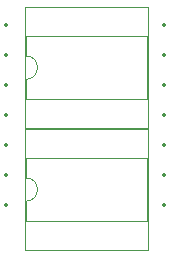
<source format=gto>
%TF.GenerationSoftware,KiCad,Pcbnew,8.0.4*%
%TF.CreationDate,2024-09-19T15:03:18-03:00*%
%TF.ProjectId,PCBWay-Module_TA6586,50434257-6179-42d4-9d6f-64756c655f54,rev?*%
%TF.SameCoordinates,Original*%
%TF.FileFunction,Legend,Top*%
%TF.FilePolarity,Positive*%
%FSLAX46Y46*%
G04 Gerber Fmt 4.6, Leading zero omitted, Abs format (unit mm)*
G04 Created by KiCad (PCBNEW 8.0.4) date 2024-09-19 15:03:18*
%MOMM*%
%LPD*%
G01*
G04 APERTURE LIST*
%ADD10C,0.120000*%
%ADD11C,0.350000*%
G04 APERTURE END LIST*
D10*
%TO.C,U1*%
X141590000Y-78270000D02*
X141590000Y-88550000D01*
X141590000Y-88550000D02*
X151990000Y-88550000D01*
X141650000Y-80760000D02*
X141650000Y-82410000D01*
X141650000Y-84410000D02*
X141650000Y-86060000D01*
X141650000Y-86060000D02*
X151930000Y-86060000D01*
X151930000Y-80760000D02*
X141650000Y-80760000D01*
X151930000Y-86060000D02*
X151930000Y-80760000D01*
X151990000Y-78270000D02*
X141590000Y-78270000D01*
X151990000Y-88550000D02*
X151990000Y-78270000D01*
X141650000Y-82410000D02*
G75*
G02*
X141650000Y-84410000I0J-1000000D01*
G01*
%TO.C,U2*%
X141590000Y-67950000D02*
X141590000Y-78230000D01*
X141590000Y-78230000D02*
X151990000Y-78230000D01*
X141650000Y-70440000D02*
X141650000Y-72090000D01*
X141650000Y-74090000D02*
X141650000Y-75740000D01*
X141650000Y-75740000D02*
X151930000Y-75740000D01*
X151930000Y-70440000D02*
X141650000Y-70440000D01*
X151930000Y-75740000D02*
X151930000Y-70440000D01*
X151990000Y-67950000D02*
X141590000Y-67950000D01*
X151990000Y-78230000D02*
X151990000Y-67950000D01*
X141650000Y-72090000D02*
G75*
G02*
X141650000Y-74090000I0J-1000000D01*
G01*
%TD*%
D11*
X140000000Y-69500000D03*
X140000000Y-72040000D03*
X140000000Y-74580000D03*
X140000000Y-77120000D03*
X140000000Y-79660000D03*
X140000000Y-82200000D03*
X140000000Y-84740000D03*
X153400000Y-69500000D03*
X153400000Y-72040000D03*
X153400000Y-74580000D03*
X153400000Y-77120000D03*
X153400000Y-79660000D03*
X153400000Y-82200000D03*
X153400000Y-84740000D03*
M02*

</source>
